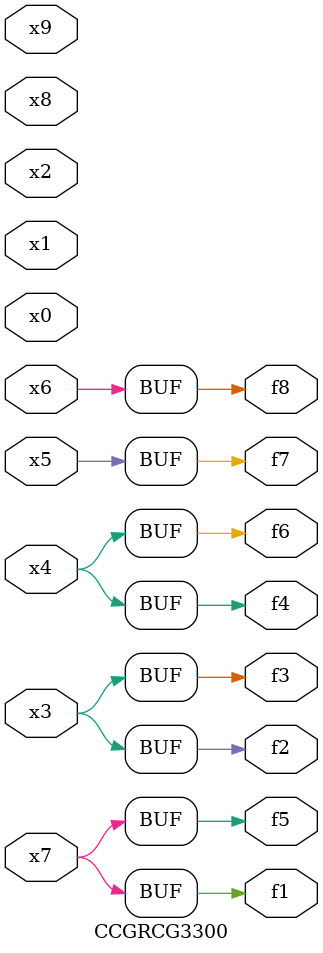
<source format=v>
module CCGRCG3300(
	input x0, x1, x2, x3, x4, x5, x6, x7, x8, x9,
	output f1, f2, f3, f4, f5, f6, f7, f8
);
	assign f1 = x7;
	assign f2 = x3;
	assign f3 = x3;
	assign f4 = x4;
	assign f5 = x7;
	assign f6 = x4;
	assign f7 = x5;
	assign f8 = x6;
endmodule

</source>
